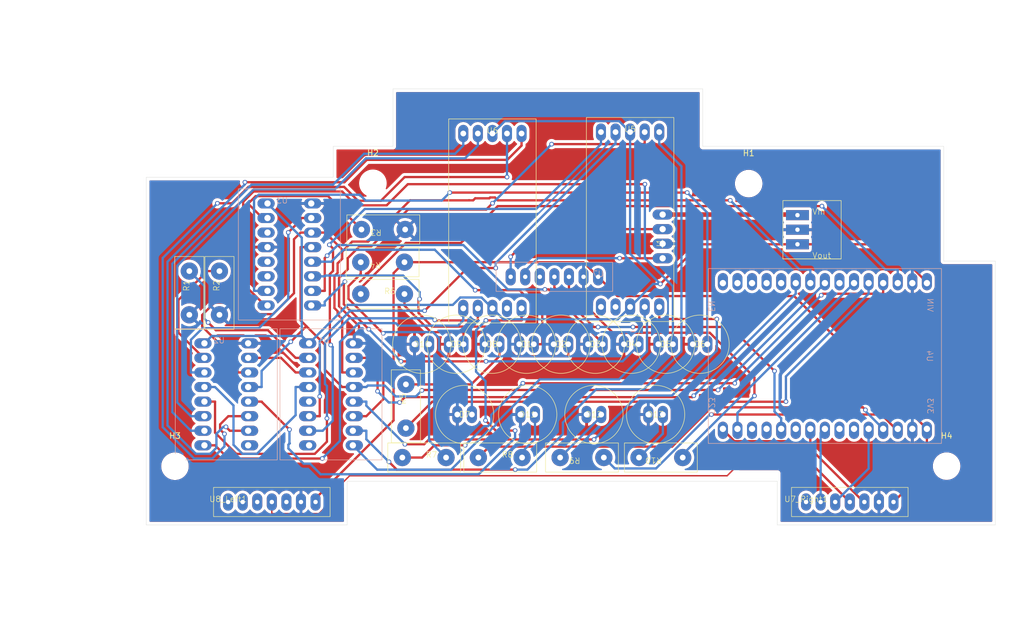
<source format=kicad_pcb>
(kicad_pcb (version 20240108) (generator "pcbnew") (generator_version "8.0")
  (layers (0 "F.Cu" signal) (31 "B.Cu" signal) (34 "B.Paste" user) (35 "F.Paste" user) (36 "B.SilkS" user "B.Silkscreen") (37 "F.SilkS" user "F.Silkscreen") (38 "B.Mask" user) (39 "F.Mask" user) (44 "Edge.Cuts" user))
  (net 0 "")
  (net 1 "GND")
  (net 2 "Net-(D1-A)")
  (net 3 "Net-(D2-A)")
  (net 4 "Net-(D3-A)")
  (net 5 "Net-(D4-A)")
  (net 6 "Net-(D5-A)")
  (net 7 "Net-(D6-A)")
  (net 8 "Net-(D7-A)")
  (net 9 "Net-(D8-A)")
  (net 10 "Net-(D9-A)")
  (net 11 "Net-(D10-A)")
  (net 12 "Net-(D11-A)")
  (net 13 "Net-(D12-A)")
  (net 14 "Net-(D13-A)")
  (net 15 "+12V")
  (net 16 "Net-(U1-R-EXT)")
  (net 17 "Net-(U2-R-EXT)")
  (net 18 "Net-(U3-R-EXT)")
  (net 19 "+3.3V")
  (net 20 "Net-(U4-D14)")
  (net 21 "Net-(U4-D13)")
  (net 22 "Net-(U4-D12)")
  (net 23 "Net-(U4-D2)")
  (net 24 "Net-(U4-D15)")
  (net 25 "Net-(U4-D27)")
  (net 26 "Net-(U1-~{OUT1})")
  (net 27 "Net-(U1-SDO)")
  (net 28 "+5V")
  (net 29 "Net-(U1-~{OUT2})")
  (net 30 "Net-(U1-CLK)")
  (net 31 "Net-(U1-~{OUT6})")
  (net 32 "Net-(U1-~{OUT3})")
  (net 33 "Net-(U1-~{OUT4})")
  (net 34 "Net-(U1-~{OE}(ED2))")
  (net 35 "Net-(U1-LE(ED1))")
  (net 36 "Net-(U1-~{OUT5})")
  (net 37 "Net-(U1-~{OUT0})")
  (net 38 "Net-(U1-SDI)")
  (net 39 "Net-(U2-~{OUT0})")
  (net 40 "Net-(U2-~{OUT2})")
  (net 41 "Net-(U2-~{OUT5})")
  (net 42 "Net-(U2-~{OUT7})")
  (net 43 "Net-(U2-SDO)")
  (net 44 "Net-(U1-~{OUT7})")
  (net 45 "Net-(U2-~{OUT3})")
  (net 46 "Net-(U2-~{OUT4})")
  (net 47 "Net-(U2-~{OUT1})")
  (net 51 "Net-(U4-TX2)")
  (net 52 "Net-(U4-D4)")
  (net 55 "Net-(U4-RX2)")
  (net 59 "Net-(U4-D23)")
  (net 60 "Net-(U4-D21)")
  (net 63 "Net-(U4-D18)")
  (net 64 "Net-(U4-D22)")
  (net 65 "Net-(U4-D5)")
  (net 67 "Net-(U2-~{OUT6})")
  (net 71 "Net-(J1-Pin_3)")
  (net 72 "Net-(J1-Pin_1)")
  (footprint "LED Custom:LED 5mm Vertical" (layer "F.Cu") (at 163.52 111.5)
    (property "Reference" "D4")
    (property "Value" "LED")
  )
  (footprint "LED Custom:LED 5mm Vertical" (layer "F.Cu") (at 151.27 111.5)
    (property "Reference" "D2")
    (property "Value" "LED")
  )
  (footprint "Resistor custom:Resistor 7.62" (layer "F.Cu") (at 167.42 131.25 180)
    (property "Reference" "R10")
    (property "Value" "R")
  )
  (footprint "Voltage Regulators:V78-1500 Tall" (layer "F.Cu") (at 192.5 86.46)
    (property "Reference" "U8" (hide yes))
    (property "Value" "~")
  )
  (footprint "LED Custom:LED 5mm Vertical" (layer "F.Cu") (at 145.27 111.5)
    (property "Reference" "D1")
    (property "Value" "LED")
  )
  (footprint "Resistor custom:Resistor 7.62" (layer "F.Cu") (at 124.25 121.04 90)
    (property "Reference" "R5")
    (property "Value" "R")
  )
  (footprint "LED Custom:LED 5mm Vertical" (layer "F.Cu") (at 175.52 111.5)
    (property "Reference" "D6")
    (property "Value" "LED")
  )
  (footprint "LED Custom:LED 5mm Vertical" (layer "F.Cu") (at 167.77 123.75)
    (property "Reference" "D13")
    (property "Value" "LED")
  )
  (footprint "LED Custom:LED 5mm Vertical" (layer "F.Cu") (at 133.02 111.5)
    (property "Reference" "D9")
    (property "Value" "LED")
  )
  (footprint "Resistor custom:Resistor 7.62" (layer "F.Cu") (at 91.75 101.29 90)
    (property "Reference" "R2")
    (property "Value" "R_US")
  )
  (footprint "7 segment led:baja 7 segment" (layer "F.Cu") (at 163.33 74.52)
    (property "Reference" "U5")
    (property "Value" "~")
  )
  (footprint "LED Custom:LED 5mm Vertical" (layer "F.Cu") (at 157.27 111.5)
    (property "Reference" "D3")
    (property "Value" "LED")
  )
  (footprint "Resistor custom:Resistor 7.62" (layer "F.Cu") (at 119.04 91.5 180)
    (property "Reference" "R3")
    (property "Value" "R_US")
  )
  (footprint "MountingHole:MountingHole_4.3mm_M4" (layer "F.Cu") (at 184 83.5)
    (property "Reference" "H1")
    (property "Value" "MountingHole")
  )
  (footprint "Resistor custom:Resistor 7.62" (layer "F.Cu") (at 86.5 101.29 90)
    (property "Reference" "R1")
    (property "Value" "R_US")
  )
  (footprint "LED Custom:LED 5mm Vertical" (layer "F.Cu") (at 157.02 123.75)
    (property "Reference" "D12")
    (property "Value" "LED")
  )
  (footprint "LED Custom:LED 5mm Vertical" (layer "F.Cu") (at 145.48 123.75)
    (property "Reference" "D11")
    (property "Value" "LED")
  )
  (footprint "Resistor custom:Resistor 7.62" (layer "F.Cu") (at 118.92 97.2 180)
    (property "Reference" "R4")
    (property "Value" "R")
  )
  (footprint "LED Custom:LED 5mm Vertical" (layer "F.Cu") (at 139.27 111.5)
    (property "Reference" "D8")
    (property "Value" "LED")
  )
  (footprint "LED Custom:LED 5mm Vertical" (layer "F.Cu") (at 134.48 123.75)
    (property "Reference" "D7")
    (property "Value" "LED")
  )
  (footprint "7 segment led:baja 7 segment" (layer "F.Cu") (at 139.33 74.77)
    (property "Reference" "U6")
    (property "Value" "~")
  )
  (footprint "Resistor custom:Resistor 7.62" (layer "F.Cu") (at 121.46 102.75)
    (property "Reference" "R6")
    (property "Value" "R")
  )
  (footprint "Custom Connectors:1x7 Connectors" (layer "F.Cu") (at 93.26 139)
    (property "Reference" "U8_Left1")
    (property "Value" "~")
  )
  (footprint "Custom Connectors:1x4 connector" (layer "F.Cu") (at 169 93.98 90)
    (property "Reference" "J1")
    (property "Value" "Conn_01x04_Pin")
  )
  (footprint "Resistor custom:Resistor 7.62" (layer "F.Cu") (at 153.67 131.25 180)
    (property "Reference" "R9")
    (property "Value" "R")
  )
  (footprint "MountingHole:MountingHole_4.3mm_M4" (layer "F.Cu") (at 83.9972 132.7648)
    (property "Reference" "H3")
    (property "Value" "MountingHole")
  )
  (footprint "LED Custom:LED 5mm Vertical" (layer "F.Cu") (at 127.02 111.5)
    (property "Reference" "D10")
    (property "Value" "LED")
  )
  (footprint "MountingHole:MountingHole_4.3mm_M4" (layer "F.Cu") (at 218.5 132.75)
    (property "Reference" "H4")
    (property "Value" "MountingHole")
  )
  (footprint "Custom Connectors:1x7 Connectors" (layer "F.Cu") (at 194 139)
    (property "Reference" "U7_Right1")
    (property "Value" "~")
  )
  (footprint "Resistor custom:Resistor 7.62" (layer "F.Cu") (at 128.71 131.25)
    (property "Reference" "R7")
    (property "Value" "R")
  )
  (footprint "MountingHole:MountingHole_4.3mm_M4" (layer "F.Cu") (at 118.5 83.4523)
    (property "Reference" "H2")
    (property "Value" "MountingHole")
  )
  (footprint "LED Custom:LED 5mm Vertical" (layer "F.Cu") (at 169.52 111.5)
    (property "Reference" "D5")
    (property "Value" "LED")
  )
  (footprint "Resistor custom:Resistor 7.62" (layer "F.Cu") (at 141.96 131.25)
    (property "Reference" "R8")
    (property "Value" "R")
  )
  (footprint "Custom DIP:DIP 16" (layer "B.Cu") (at 91.67 111.34 180)
    (property "Reference" "U2")
    (property "Value" "TLC5917")
  )
  (footprint "ESP 32:ESP 32 BAJA" (layer "B.Cu") (at 215.06 113.55 90)
    (property "Reference" "U4")
    (property "Value" "~")
  )
  (footprint "Custom Connectors:1x7 Connectors" (layer "B.Cu") (at 157.75 99.75 180)
    (property "Reference" "U7")
    (property "Value" "~")
  )
  (footprint "Custom DIP:DIP 16" (layer "B.Cu") (at 102.67 86.96 180)
    (property "Reference" "U3")
    (property "Value" "TLC5917")
  )
  (footprint "Custom DIP:DIP 16" (layer "B.Cu") (at 109.92 111.34 180)
    (property "Reference" "U1")
    (property "Value" "TLC5917")
  )
  (gr_line (start 218 97) (end 218 77) (stroke (width 0.05)) (layer "Edge.Cuts"))
  (gr_line (start 114 143) (end 114 135.4) (stroke (width 0.05)) (layer "Edge.Cuts"))
  (gr_line (start 227 143) (end 227 97) (stroke (width 0.05)) (layer "Edge.Cuts"))
  (gr_line (start 218 77) (end 176 77) (stroke (width 0.05)) (layer "Edge.Cuts"))
  (gr_line (start 114 135.4) (end 189 135.4) (stroke (width 0.05)) (layer "Edge.Cuts"))
  (gr_line (start 176 77) (end 176 67) (stroke (width 0.05)) (layer "Edge.Cuts"))
  (gr_line (start 122 77) (end 111.6 77) (stroke (width 0.05)) (layer "Edge.Cuts"))
  (gr_line (start 189 143) (end 227 143) (stroke (width 0.05)) (layer "Edge.Cuts"))
  (gr_line (start 79 143) (end 114 143) (stroke (width 0.05)) (layer "Edge.Cuts"))
  (gr_line (start 227 97) (end 218 97) (stroke (width 0.05)) (layer "Edge.Cuts"))
  (gr_line (start 122 67) (end 122 77) (stroke (width 0.05)) (layer "Edge.Cuts"))
  (gr_line (start 111.6 82.4) (end 111.6 77) (stroke (width 0.05)) (layer "Edge.Cuts"))
  (gr_line (start 189 135.4) (end 189 143) (stroke (width 0.05)) (layer "Edge.Cuts"))
  (gr_line (start 79 82.4) (end 111.6 82.4) (stroke (width 0.05)) (layer "Edge.Cuts"))
  (gr_line (start 176 67) (end 122 67) (stroke (width 0.05)) (layer "Edge.Cuts"))
  (gr_line (start 79 82.4) (end 79 143) (stroke (width 0.05)) (layer "Edge.Cuts"))
  (segment (start 148.017 106.062) (end 148.017 111.5) (width 0.4) (layer "F.Cu") (net 2))
  (segment (start 144.031 102.076) (end 148.017 106.062) (width 0.4) (layer "F.Cu") (net 2))
  (segment (start 136.328 102.076) (end 144.031 102.076) (width 0.4) (layer "F.Cu") (net 2))
  (segment (start 148.017 111.5) (end 146.54 111.5) (width 0.4) (layer "F.Cu") (net 2))
  (via (at 136.328 102.076) (size 0.8) (drill 0.5) (layers "F.Cu" "B.Cu") (net 2))
  (segment (start 129.292 95.04) (end 136.328 102.076) (width 0.4) (layer "B.Cu") (net 2))
  (segment (start 113.315 95.04) (end 129.292 95.04) (width 0.4) (layer "B.Cu") (net 2))
  (segment (start 111.235 97.12) (end 113.315 95.04) (width 0.4) (layer "B.Cu") (net 2))
  (segment (start 107.75 97.12) (end 111.235 97.12) (width 0.4) (layer "B.Cu") (net 2))
  (segment (start 126.448 103.823) (end 126.448 106.056) (width 0.4) (layer "F.Cu") (net 3))
  (segment (start 142.27 110.512) (end 142.27 112.525) (width 0.4) (layer "F.Cu") (net 3))
  (segment (start 143.347 113.602) (end 152.54 113.602) (width 0.4) (layer "F.Cu") (net 3))
  (segment (start 128.821 108.43) (end 140.188 108.43) (width 0.4) (layer "F.Cu") (net 3))
  (segment (start 140.188 108.43) (end 142.27 110.512) (width 0.4) (layer "F.Cu") (net 3))
  (segment (start 126.644 103.627) (end 126.448 103.823) (width 0.4) (layer "F.Cu") (net 3))
  (segment (start 152.54 113.602) (end 152.54 111.5) (width 0.4) (layer "F.Cu") (net 3))
  (segment (start 142.27 112.525) (end 143.347 113.602) (width 0.4) (layer "F.Cu") (net 3))
  (segment (start 126.448 106.056) (end 128.821 108.43) (width 0.4) (layer "F.Cu") (net 3))
  (via (at 126.644 103.627) (size 0.8) (drill 0.5) (layers "F.Cu" "B.Cu") (net 3))
  (segment (start 123.757 99.5233) (end 126.644 102.41) (width 0.4) (layer "B.Cu") (net 3))
  (segment (start 126.644 102.41) (end 126.644 103.627) (width 0.4) (layer "B.Cu") (net 3))
  (segment (start 110.238 99.5233) (end 123.757 99.5233) (width 0.4) (layer "B.Cu") (net 3))
  (segment (start 107.75 99.66) (end 110.102 99.66) (width 0.4) (layer "B.Cu") (net 3))
  (segment (start 110.102 99.66) (end 110.238 99.5233) (width 0.4) (layer "B.Cu") (net 3))
  (segment (start 158.54 111.5) (end 158.54 111.327) (width 0.4) (layer "F.Cu") (net 4))
  (segment (start 107.75 102.2) (end 110.102 102.2) (width 0.4) (layer "F.Cu") (net 4))
  (segment (start 158.54 111.327) (end 149.158 101.944) (width 0.4) (layer "F.Cu") (net 4))
  (segment (start 149.158 101.944) (end 148.47 101.944) (width 0.4) (layer "F.Cu") (net 4))
  (segment (start 110.102 102.2) (end 110.102 96.4875) (width 0.4) (layer "F.Cu") (net 4))
  (segment (start 110.102 96.4875) (end 110.52 96.0692) (width 0.4) (layer "F.Cu") (net 4))
  (via (at 110.52 96.0692) (size 0.8) (drill 0.5) (layers "F.Cu" "B.Cu") (net 4))
  (via (at 148.47 101.944) (size 0.8) (drill 0.5) (layers "F.Cu" "B.Cu") (net 4))
  (segment (start 134.255 94.208) (end 112.381 94.208) (width 0.4) (layer "B.Cu") (net 4))
  (segment (start 148.47 101.944) (end 141.991 101.944) (width 0.4) (layer "B.Cu") (net 4))
  (segment (start 141.991 101.944) (end 134.255 94.208) (width 0.4) (layer "B.Cu") (net 4))
  (segment (start 112.381 94.208) (end 110.52 96.0692) (width 0.4) (layer "B.Cu") (net 4))
  (segment (start 113.43 100.769) (end 113.613 100.586) (width 0.4) (layer "F.Cu") (net 5))
  (segment (start 138.211 114.486) (end 123.382 114.486) (width 0.4) (layer "F.Cu") (net 5))
  (segment (start 117.775 108.878) (end 113.43 104.533) (width 0.4) (layer "F.Cu") (net 5))
  (segment (start 113.43 104.533) (end 113.43 100.769) (width 0.4) (layer "F.Cu") (net 5))
  (via (at 123.382 114.486) (size 0.8) (drill 0.5) (layers "F.Cu" "B.Cu") (net 5))
  (via (at 113.613 100.586) (size 0.8) (drill 0.5) (layers "F.Cu" "B.Cu") (net 5))
  (via (at 117.775 108.878) (size 0.8) (drill 0.5) (layers "F.Cu" "B.Cu") (net 5))
  (via (at 138.211 114.486) (size 0.8) (drill 0.5) (layers "F.Cu" "B.Cu") (net 5))
  (segment (start 107.75 104.74) (end 110.102 104.74) (width 0.4) (layer "B.Cu") (net 5))
  (segment (start 164.79 111.5) (end 164.79 111.707) (width 0.4) (layer "B.Cu") (net 5))
  (segment (start 110.102 104.098) (end 113.613 100.586) (width 0.4) (layer "B.Cu") (net 5))
  (segment (start 110.102 104.74) (end 110.102 104.098) (width 0.4) (layer "B.Cu") (net 5))
  (segment (start 117.775 108.878) (end 123.382 114.486) (width 0.4) (layer "B.Cu") (net 5))
  (segment (start 162.011 114.486) (end 138.211 114.486) (width 0.4) (layer "B.Cu") (net 5))
  (segment (start 164.79 111.707) (end 162.011 114.486) (width 0.4) (layer "B.Cu") (net 5))
  (segment (start 99.6907 104.74) (end 95.8924 100.942) (width 0.4) (layer "F.Cu") (net 6))
  (segment (start 124.582 83.6036) (end 165.903 83.6036) (width 0.4) (layer "F.Cu") (net 6))
  (segment (start 95.8924 86.6754) (end 97.6891 84.8787) (width 0.4) (layer "F.Cu") (net 6))
  (segment (start 120.895 87.2902) (end 124.582 83.6036) (width 0.4) (layer "F.Cu") (net 6))
  (segment (start 97.6891 84.8787) (end 113.147 84.8787) (width 0.4) (layer "F.Cu") (net 6))
  (segment (start 100.13 104.74) (end 99.6907 104.74) (width 0.4) (layer "F.Cu") (net 6))
  (segment (start 95.8924 100.942) (end 95.8924 86.6754) (width 0.4) (layer "F.Cu") (net 6))
  (segment (start 115.559 87.2902) (end 120.895 87.2902) (width 0.4) (layer "F.Cu") (net 6))
  (segment (start 113.147 84.8787) (end 115.559 87.2902) (width 0.4) (layer "F.Cu") (net 6))
  (via (at 165.903 83.6036) (size 0.8) (drill 0.5) (layers "F.Cu" "B.Cu") (net 6))
  (segment (start 170.79 111.5) (end 170.79 101.397) (width 0.4) (layer "B.Cu") (net 6))
  (segment (start 170.79 101.397) (end 165.903 96.5102) (width 0.4) (layer "B.Cu") (net 6))
  (segment (start 165.903 96.5102) (end 165.903 83.6036) (width 0.4) (layer "B.Cu") (net 6))
  (segment (start 131.893 85.0675) (end 173.284 85.0675) (width 0.4) (layer "F.Cu") (net 7))
  (via (at 173.284 85.0675) (size 0.8) (drill 0.5) (layers "F.Cu" "B.Cu") (net 7))
  (via (at 131.893 85.0675) (size 0.8) (drill 0.5) (layers "F.Cu" "B.Cu") (net 7))
  (segment (start 116.208 85.4417) (end 117.229 86.4624) (width 0.4) (layer "B.Cu") (net 7))
  (segment (start 117.229 86.4624) (end 130.498 86.4624) (width 0.4) (layer "B.Cu") (net 7))
  (segment (start 97.7783 86.2597) (end 98.5963 85.4417) (width 0.4) (layer "B.Cu") (net 7))
  (segment (start 176.79 88.5737) (end 176.79 111.5) (width 0.4) (layer "B.Cu") (net 7))
  (segment (start 173.284 85.0675) (end 176.79 88.5737) (width 0.4) (layer "B.Cu") (net 7))
  (segment (start 98.5963 85.4417) (end 116.208 85.4417) (width 0.4) (layer "B.Cu") (net 7))
  (segment (start 100.13 102.2) (end 97.7783 102.2) (width 0.4) (layer "B.Cu") (net 7))
  (segment (start 130.498 86.4624) (end 131.893 85.0675) (width 0.4) (layer "B.Cu") (net 7))
  (segment (start 97.7783 102.2) (end 97.7783 86.2597) (width 0.4) (layer "B.Cu") (net 7))
  (segment (start 114.242 101.374) (end 116.38 99.2358) (width 0.4) (layer "F.Cu") (net 8))
  (segment (start 120.235 109.588) (end 114.242 103.595) (width 0.4) (layer "F.Cu") (net 8))
  (segment (start 116.38 99.2358) (end 116.38 97.2) (width 0.4) (layer "F.Cu") (net 8))
  (segment (start 114.242 103.595) (end 114.242 101.374) (width 0.4) (layer "F.Cu") (net 8))
  (segment (start 120.304 109.588) (end 120.235 109.588) (width 0.4) (layer "F.Cu") (net 8))
  (via (at 120.304 109.588) (size 0.8) (drill 0.5) (layers "F.Cu" "B.Cu") (net 8))
  (segment (start 120.304 109.588) (end 120.508 109.384) (width 0.4) (layer "B.Cu") (net 8))
  (segment (start 130.02 110.436) (end 130.02 112.512) (width 0.4) (layer "B.Cu") (net 8))
  (segment (start 135.75 118.242) (end 135.75 123.75) (width 0.4) (layer "B.Cu") (net 8))
  (segment (start 120.508 109.384) (end 128.968 109.384) (width 0.4) (layer "B.Cu") (net 8))
  (segment (start 128.968 109.384) (end 130.02 110.436) (width 0.4) (layer "B.Cu") (net 8))
  (segment (start 130.02 112.512) (end 135.75 118.242) (width 0.4) (layer "B.Cu") (net 8))
  (segment (start 140.54 111.5) (end 140.54 113.602) (width 0.4) (layer "F.Cu") (net 9))
  (segment (start 140.54 113.602) (end 135.642 118.5) (width 0.4) (layer "F.Cu") (net 9))
  (segment (start 135.642 118.5) (end 124.25 118.5) (width 0.4) (layer "F.Cu") (net 9))
  (segment (start 124 102.75) (end 124 104.773) (width 0.4) (layer "F.Cu") (net 10))
  (segment (start 128.626 109.398) (end 134.29 109.398) (width 0.4) (layer "F.Cu") (net 10))
  (segment (start 134.29 109.398) (end 134.29 111.5) (width 0.4) (layer "F.Cu") (net 10))
  (segment (start 124 104.773) (end 128.626 109.398) (width 0.4) (layer "F.Cu") (net 10))
  (segment (start 128.29 111.5) (end 128.29 128.29) (width 0.4) (layer "B.Cu") (net 11))
  (segment (start 128.29 128.29) (end 131.25 131.25) (width 0.4) (layer "B.Cu") (net 11))
  (segment (start 144.5 131.25) (end 144.5 130.25) (width 0.4) (layer "B.Cu") (net 12))
  (segment (start 146.75 128) (end 146.75 123.75) (width 0.4) (layer "B.Cu") (net 12))
  (segment (start 144.5 130.25) (end 146.75 128) (width 0.4) (layer "B.Cu") (net 12))
  (segment (start 158.29 123.75) (end 158.29 124.09) (width 0.4) (layer "B.Cu") (net 13))
  (segment (start 158.29 124.09) (end 151.13 131.25) (width 0.4) (layer "B.Cu") (net 13))
  (segment (start 169.04 127.09) (end 169.04 123.75) (width 0.4) (layer "B.Cu") (net 14))
  (segment (start 164.88 131.25) (end 169.04 127.09) (width 0.4) (layer "B.Cu") (net 14))
  (segment (start 169 88.9) (end 192.4 88.9) (width 0.8) (layer "F.Cu") (net 15))
  (segment (start 192.4 88.9) (end 192.5 89) (width 0.8) (layer "F.Cu") (net 15))
  (segment (start 100.207 109.058) (end 91.1309 109.058) (width 0.4) (layer "F.Cu") (net 16))
  (segment (start 91.1309 109.058) (end 89.781 107.708) (width 0.4) (layer "F.Cu") (net 16))
  (segment (start 105.028 113.88) (end 100.207 109.058) (width 0.4) (layer "F.Cu") (net 16))
  (segment (start 107.38 113.88) (end 105.028 113.88) (width 0.4) (layer "F.Cu") (net 16))
  (via (at 89.781 107.708) (size 0.8) (drill 0.5) (layers "F.Cu" "B.Cu") (net 16))
  (segment (start 89.125 101.375) (end 89.125 107.052) (width 0.4) (layer "B.Cu") (net 16))
  (segment (start 86.5 98.75) (end 89.125 101.375) (width 0.4) (layer "B.Cu") (net 16))
  (segment (start 89.125 107.052) (end 89.781 107.708) (width 0.4) (layer "B.Cu") (net 16))
  (segment (start 89.6287 98.75) (end 84.6 103.779) (width 0.4) (layer "F.Cu") (net 17))
  (segment (start 84.6 103.779) (end 84.6 109.488) (width 0.4) (layer "F.Cu") (net 17))
  (segment (start 84.6 109.488) (end 88.9919 113.88) (width 0.4) (layer "F.Cu") (net 17))
  (segment (start 88.9919 113.88) (end 89.13 113.88) (width 0.4) (layer "F.Cu") (net 17))
  (segment (start 91.75 98.75) (end 89.6287 98.75) (width 0.4) (layer "F.Cu") (net 17))
  (segment (start 99.25 89.5) (end 100.13 89.5) (width 0.4) (layer "F.Cu") (net 18))
  (segment (start 116.5 91.5) (end 110.685 85.685) (width 0.4) (layer "F.Cu") (net 18))
  (segment (start 98.065 85.685) (end 96.75 87) (width 0.4) (layer "F.Cu") (net 18))
  (segment (start 96.75 87) (end 99.25 89.5) (width 0.4) (layer "F.Cu") (net 18))
  (segment (start 110.685 85.685) (end 98.065 85.685) (width 0.4) (layer "F.Cu") (net 18))
  (segment (start 108.5 139) (end 108.5 138.375) (width 0.4) (layer "F.Cu") (net 19))
  (segment (start 215.06 133.18) (end 209.24 139) (width 0.4) (layer "F.Cu") (net 19))
  (segment (start 122.1 124.775) (end 122.1 99.1) (width 0.4) (layer "F.Cu") (net 19))
  (segment (start 122.1 99.1) (end 124 97.2) (width 0.4) (layer "F.Cu") (net 19))
  (segment (start 215.06 126.25) (end 215.06 133.18) (width 0.4) (layer "F.Cu") (net 19))
  (segment (start 155.2 97.2) (end 124 97.2) (width 0.4) (layer "F.Cu") (net 19))
  (segment (start 161.1 103.1) (end 157.75 99.75) (width 0.4) (layer "F.Cu") (net 19))
  (segment (start 157.75 99.75) (end 155.2 97.2) (width 0.4) (layer "F.Cu") (net 19))
  (segment (start 108.5 138.375) (end 122.1 124.775) (width 0.4) (layer "F.Cu") (net 19))
  (segment (start 191.91 103.1) (end 161.1 103.1) (width 0.4) (layer "F.Cu") (net 19))
  (segment (start 215.06 126.25) (end 191.91 103.1) (width 0.4) (layer "F.Cu") (net 19))
  (segment (start 190.491 121.493) (end 190.461 121.523) (width 0.4) (layer "F.Cu") (net 20))
  (segment (start 190.461 121.523) (end 128.847 121.523) (width 0.4) (layer "F.Cu") (net 20))
  (segment (start 128.847 121.523) (end 124.25 126.12) (width 0.4) (layer "F.Cu") (net 20))
  (via (at 190.491 121.493) (size 0.8) (drill 0.5) (layers "F.Cu" "B.Cu") (net 20))
  (segment (start 204.9 100.85) (end 204.9 102.702) (width 0.4) (layer "B.Cu") (net 20))
  (segment (start 204.9 102.702) (end 190.491 117.111) (width 0.4) (layer "B.Cu") (net 20))
  (segment (start 190.491 117.111) (end 190.491 121.493) (width 0.4) (layer "B.Cu") (net 20))
  (segment (start 124.255 93.8487) (end 133.839 93.8487) (width 0.4) (layer "F.Cu") (net 21))
  (segment (start 133.839 93.8487) (end 140.264 87.4233) (width 0.4) (layer "F.Cu") (net 21))
  (segment (start 140.264 87.4233) (end 196.759 87.4233) (width 0.4) (layer "F.Cu") (net 21))
  (segment (start 116.38 102.75) (end 116.38 101.723) (width 0.4) (layer "F.Cu") (net 21))
  (segment (start 116.38 101.723) (end 124.255 93.8487) (width 0.4) (layer "F.Cu") (net 21))
  (via (at 196.759 87.4233) (size 0.8) (drill 0.5) (layers "F.Cu" "B.Cu") (net 21))
  (segment (start 209.98 98.4983) (end 207.834 98.4983) (width 0.4) (layer "B.Cu") (net 21))
  (segment (start 207.834 98.4983) (end 196.759 87.4233) (width 0.4) (layer "B.Cu") (net 21))
  (segment (start 209.98 100.85) (end 209.98 98.4983) (width 0.4) (layer "B.Cu") (net 21))
  (segment (start 207.44 100.85) (end 207.44 102.702) (width 0.4) (layer "F.Cu") (net 22))
  (segment (start 123.63 131.25) (end 127.075 131.25) (width 0.4) (layer "F.Cu") (net 22))
  (segment (start 181.568 118.302) (end 144.642 118.302) (width 0.4) (layer "F.Cu") (net 22))
  (segment (start 129.204 129.121) (end 134.571 129.121) (width 0.4) (layer "F.Cu") (net 22))
  (segment (start 196.894 102.702) (end 196.64 102.955) (width 0.4) (layer "F.Cu") (net 22))
  (segment (start 207.44 102.702) (end 196.894 102.702) (width 0.4) (layer "F.Cu") (net 22))
  (segment (start 127.075 131.25) (end 129.204 129.121) (width 0.4) (layer "F.Cu") (net 22))
  (via (at 134.571 129.121) (size 0.8) (drill 0.5) (layers "F.Cu" "B.Cu") (net 22))
  (via (at 181.568 118.302) (size 0.8) (drill 0.5) (layers "F.Cu" "B.Cu") (net 22))
  (via (at 144.642 118.302) (size 0.8) (drill 0.5) (layers "F.Cu" "B.Cu") (net 22))
  (via (at 196.64 102.955) (size 0.8) (drill 0.5) (layers "F.Cu" "B.Cu") (net 22))
  (segment (start 137.906 125.786) (end 134.571 129.121) (width 0.4) (layer "B.Cu") (net 22))
  (segment (start 139.136 123.808) (end 139.136 125.198) (width 0.4) (layer "B.Cu") (net 22))
  (segment (start 139.136 125.198) (end 138.548 125.786) (width 0.4) (layer "B.Cu") (net 22))
  (segment (start 138.548 125.786) (end 137.906 125.786) (width 0.4) (layer "B.Cu") (net 22))
  (segment (start 181.568 118.028) (end 181.568 118.302) (width 0.4) (layer "B.Cu") (net 22))
  (segment (start 144.642 118.302) (end 139.136 123.808) (width 0.4) (layer "B.Cu") (net 22))
  (segment (start 196.64 102.955) (end 181.568 118.028) (width 0.4) (layer "B.Cu") (net 22))
  (segment (start 201.25 122.5) (end 177.5 122.5) (width 0.4) (layer "F.Cu") (net 23))
  (segment (start 203.895 122.5) (end 201.25 122.5) (width 0.4) (layer "F.Cu") (net 23))
  (segment (start 203.895 122.5) (end 201.25 122.5) (width 0.4) (layer "F.Cu") (net 23))
  (segment (start 170.65 129.35) (end 138.78 129.35) (width 0.4) (layer "F.Cu") (net 23))
  (segment (start 204.345 122.95) (end 203.895 122.5) (width 0.4) (layer "F.Cu") (net 23))
  (segment (start 177.5 122.5) (end 170.65 129.35) (width 0.4) (layer "F.Cu") (net 23))
  (segment (start 138.78 129.35) (end 136.88 131.25) (width 0.4) (layer "F.Cu") (net 23))
  (via (at 204.345 122.95) (size 0.8) (drill 0.5) (layers "F.Cu" "B.Cu") (net 23))
  (segment (start 204.345 123.155) (end 207.44 126.25) (width 0.4) (layer "B.Cu") (net 23))
  (segment (start 204.345 122.95) (end 204.345 123.155) (width 0.4) (layer "B.Cu") (net 23))
  (segment (start 207.118 123.75) (end 209.618 126.25) (width 0.4) (layer "F.Cu") (net 24))
  (segment (start 177.5 123.75) (end 207.118 123.75) (width 0.4) (layer "F.Cu") (net 24))
  (segment (start 209.618 126.25) (end 209.98 126.25) (width 0.4) (layer "F.Cu") (net 24))
  (via (at 177.5 123.75) (size 0.8) (drill 0.5) (layers "F.Cu" "B.Cu") (net 24))
  (segment (start 158.75 131.25) (end 160.65 133.15) (width 0.4) (layer "B.Cu") (net 24))
  (segment (start 167.85 133.15) (end 177.25 123.75) (width 0.4) (layer "B.Cu") (net 24))
  (segment (start 177.25 123.75) (end 177.5 123.75) (width 0.4) (layer "B.Cu") (net 24))
  (segment (start 160.65 133.15) (end 167.85 133.15) (width 0.4) (layer "B.Cu") (net 24))
  (segment (start 172.5 130.71) (end 202.36 100.85) (width 0.4) (layer "B.Cu") (net 25))
  (segment (start 172.5 131.25) (end 172.5 130.71) (width 0.4) (layer "B.Cu") (net 25))
  (segment (start 120.313 113.321) (end 120.313 121.078) (width 0.4) (layer "F.Cu") (net 26))
  (segment (start 117.352 124.04) (end 115 124.04) (width 0.4) (layer "F.Cu") (net 26))
  (segment (start 165.87 76.6217) (end 149.649 76.6217) (width 0.4) (layer "F.Cu") (net 26))
  (segment (start 114.114 96.4899) (end 114.114 98.4254) (width 0.4) (layer "F.Cu") (net 26))
  (segment (start 114.114 98.4254) (end 112.597 99.9425) (width 0.4) (layer "F.Cu") (net 26))
  (segment (start 138.244 88.027) (end 124.62 88.027) (width 0.4) (layer "F.Cu") (net 26))
  (segment (start 118.176 94.4701) (end 116.134 94.4701) (width 0.4) (layer "F.Cu") (net 26))
  (segment (start 124.62 88.027) (end 118.176 94.4701) (width 0.4) (layer "F.Cu") (net 26))
  (segment (start 116.075 108.346) (end 116.075 109.082) (width 0.4) (layer "F.Cu") (net 26))
  (segment (start 139.35 86.9209) (end 138.244 88.027) (width 0.4) (layer "F.Cu") (net 26))
  (segment (start 120.313 121.078) (end 117.352 124.04) (width 0.4) (layer "F.Cu") (net 26))
  (segment (start 165.87 74.52) (end 165.87 76.6217) (width 0.4) (layer "F.Cu") (net 26))
  (segment (start 112.597 99.9425) (end 112.597 104.868) (width 0.4) (layer "F.Cu") (net 26))
  (segment (start 116.134 94.4701) (end 114.114 96.4899) (width 0.4) (layer "F.Cu") (net 26))
  (segment (start 112.597 104.868) (end 116.075 108.346) (width 0.4) (layer "F.Cu") (net 26))
  (segment (start 116.075 109.082) (end 120.313 113.321) (width 0.4) (layer "F.Cu") (net 26))
  (via (at 149.649 76.6217) (size 0.8) (drill 0.5) (layers "F.Cu" "B.Cu") (net 26))
  (via (at 139.35 86.9209) (size 0.8) (drill 0.5) (layers "F.Cu" "B.Cu") (net 26))
  (segment (start 139.35 86.9209) (end 149.649 76.6217) (width 0.4) (layer "B.Cu") (net 26))
  (segment (start 107.38 116.42) (end 105.028 116.42) (width 0.4) (layer "F.Cu") (net 27))
  (segment (start 102.488 113.88) (end 96.75 113.88) (width 0.4) (layer "F.Cu") (net 27))
  (segment (start 105.028 116.42) (end 102.488 113.88) (width 0.4) (layer "F.Cu") (net 27))
  (segment (start 208.428 94.08) (end 215.06 100.712) (width 0.4) (layer "F.Cu") (net 28))
  (segment (start 175.52 94.08) (end 168.6 101) (width 0.4) (layer "F.Cu") (net 28))
  (segment (start 192.5 94.08) (end 175.52 94.08) (width 0.4) (layer "F.Cu") (net 28))
  (segment (start 215.06 100.712) (end 215.06 100.85) (width 0.4) (layer "F.Cu") (net 28))
  (segment (start 192.5 94.08) (end 208.428 94.08) (width 0.4) (layer "F.Cu") (net 28))
  (via (at 168.6 101) (size 0.8) (drill 0.5) (layers "F.Cu" "B.Cu") (net 28))
  (segment (start 114.07 104.65) (end 132.422 104.65) (width 0.4) (layer "B.Cu") (net 28))
  (segment (start 100.13 86.96) (end 106.1 92.93) (width 0.4) (layer "B.Cu") (net 28))
  (segment (start 106.105 110.065) (end 90.405 110.065) (width 0.4) (layer "B.Cu") (net 28))
  (segment (start 106.1 110.06) (end 106.105 110.065) (width 0.4) (layer "B.Cu") (net 28))
  (segment (start 163.33 105) (end 161.18 107.15) (width 0.4) (layer "B.Cu") (net 28))
  (segment (start 163.33 105) (end 167.33 101) (width 0.4) (layer "B.Cu") (net 28))
  (segment (start 168.6 101) (end 163.33 95.73) (width 0.4) (layer "B.Cu") (net 28))
  (segment (start 167.33 101) (end 168.6 101) (width 0.4) (layer "B.Cu") (net 28))
  (segment (start 106.105 110.065) (end 107.38 111.34) (width 0.4) (layer "B.Cu") (net 28))
  (segment (start 163.33 95.73) (end 163.33 74.52) (width 0.4) (layer "B.Cu") (net 28))
  (segment (start 106.1 92.93) (end 106.1 110.06) (width 0.4) (layer "B.Cu") (net 28))
  (segment (start 139.33 74.77) (end 141.48 72.62) (width 0.4) (layer "B.Cu") (net 28))
  (segment (start 161.18 107.15) (end 141.23 107.15) (width 0.4) (layer "B.Cu") (net 28))
  (segment (start 141.48 72.62) (end 161.43 72.62) (width 0.4) (layer "B.Cu") (net 28))
  (segment (start 133.722 103.35) (end 137.43 103.35) (width 0.4) (layer "B.Cu") (net 28))
  (segment (start 137.43 103.35) (end 139.33 105.25) (width 0.4) (layer "B.Cu") (net 28))
  (segment (start 90.405 110.065) (end 89.13 111.34) (width 0.4) (layer "B.Cu") (net 28))
  (segment (start 141.23 107.15) (end 139.33 105.25) (width 0.4) (layer "B.Cu") (net 28))
  (segment (start 107.38 111.34) (end 114.07 104.65) (width 0.4) (layer "B.Cu") (net 28))
  (segment (start 132.422 104.65) (end 133.722 103.35) (width 0.4) (layer "B.Cu") (net 28))
  (segment (start 161.43 72.62) (end 163.33 74.52) (width 0.4) (layer "B.Cu") (net 28))
  (segment (start 107.38 111.34) (end 106.105 110.065) (width 0.4) (layer "B.Cu") (net 28))
  (segment (start 122.644 133.352) (end 121.296 132.003) (width 0.4) (layer "F.Cu") (net 29))
  (segment (start 143.308 133.352) (end 122.644 133.352) (width 0.4) (layer "F.Cu") (net 29))
  (via (at 121.296 132.003) (size 0.8) (drill 0.5) (layers "F.Cu" "B.Cu") (net 29))
  (via (at 143.308 133.352) (size 0.8) (drill 0.5) (layers "F.Cu" "B.Cu") (net 29))
  (segment (start 172.276 112.782) (end 165.704 119.354) (width 0.4) (layer "B.Cu") (net 29))
  (segment (start 168.41 74.52) (end 168.41 76.6217) (width 0.4) (layer "B.Cu") (net 29))
  (segment (start 115 126.58) (end 117.352 126.58) (width 0.4) (layer "B.Cu") (net 29))
  (segment (start 117.352 126.58) (end 117.352 128.059) (width 0.4) (layer "B.Cu") (net 29))
  (segment (start 172.276 80.4876) (end 172.276 112.782) (width 0.4) (layer "B.Cu") (net 29))
  (segment (start 168.41 76.6217) (end 172.276 80.4876) (width 0.4) (layer "B.Cu") (net 29))
  (segment (start 165.704 119.354) (end 157.415 119.354) (width 0.4) (layer "B.Cu") (net 29))
  (segment (start 117.352 128.059) (end 121.296 132.003) (width 0.4) (layer "B.Cu") (net 29))
  (segment (start 151.619 125.15) (end 151.619 127.155) (width 0.4) (layer "B.Cu") (net 29))
  (segment (start 157.415 119.354) (end 151.619 125.15) (width 0.4) (layer "B.Cu") (net 29))
  (segment (start 145.422 133.352) (end 143.308 133.352) (width 0.4) (layer "B.Cu") (net 29))
  (segment (start 151.619 127.155) (end 145.422 133.352) (width 0.4) (layer "B.Cu") (net 29))
  (segment (start 113.148 116.42) (end 115 116.42) (width 0.4) (layer "F.Cu") (net 30))
  (segment (start 111.049 92.9873) (end 110.102 92.04) (width 0.4) (layer "F.Cu") (net 30))
  (segment (start 112.347 105.751) (end 112.347 106.305) (width 0.4) (layer "F.Cu") (net 30))
  (segment (start 113.148 96.6049) (end 112.347 97.4066) (width 0.4) (layer "F.Cu") (net 30))
  (segment (start 111.139 92.9873) (end 111.049 92.9873) (width 0.4) (layer "F.Cu") (net 30))
  (segment (start 119.746 91.6472) (end 124.973 86.4201) (width 0.4) (layer "F.Cu") (net 30))
  (segment (start 112.347 99.0593) (end 111.795 99.6105) (width 0.4) (layer "F.Cu") (net 30))
  (segment (start 90.8892 104.252) (end 88.7332 106.408) (width 0.4) (layer "F.Cu") (net 30))
  (segment (start 94.8983 114.568) (end 94.8983 116.42) (width 0.4) (layer "F.Cu") (net 30))
  (segment (start 135.977 86.4186) (end 136.326 86.0692) (width 0.4) (layer "F.Cu") (net 30))
  (segment (start 114.901 93.6063) (end 117.69 93.6063) (width 0.4) (layer "F.Cu") (net 30))
  (segment (start 104.745 93.1929) (end 104.745 102.608) (width 0.4) (layer "F.Cu") (net 30))
  (segment (start 135.263 86.4186) (end 135.977 86.4186) (width 0.4) (layer "F.Cu") (net 30))
  (segment (start 113.33 95.1777) (end 113.148 95.3593) (width 0.4) (layer "F.Cu") (net 30))
  (segment (start 135.261 86.4201) (end 135.263 86.4186) (width 0.4) (layer "F.Cu") (net 30))
  (segment (start 111.795 105.2) (end 112.347 105.751) (width 0.4) (layer "F.Cu") (net 30))
  (segment (start 138.935 85.9192) (end 139.765 85.9192) (width 0.4) (layer "F.Cu") (net 30))
  (segment (start 94.8983 116.42) (end 96.75 116.42) (width 0.4) (layer "F.Cu") (net 30))
  (segment (start 88.7332 108.403) (end 94.8983 114.568) (width 0.4) (layer "F.Cu") (net 30))
  (segment (start 113.148 107.107) (end 113.148 116.42) (width 0.4) (layer "F.Cu") (net 30))
  (segment (start 136.326 86.0692) (end 138.785 86.0692) (width 0.4) (layer "F.Cu") (net 30))
  (segment (start 113.33 95.1777) (end 114.901 93.6063) (width 0.4) (layer "F.Cu") (net 30))
  (segment (start 111.795 99.6105) (end 111.795 105.2) (width 0.4) (layer "F.Cu") (net 30))
  (segment (start 98.6185 106.254) (end 96.6168 104.252) (width 0.4) (layer "F.Cu") (net 30))
  (segment (start 104.745 102.608) (end 101.1 106.254) (width 0.4) (layer "F.Cu") (net 30))
  (segment (start 101.1 106.254) (end 98.6185 106.254) (width 0.4) (layer "F.Cu") (net 30))
  (segment (start 107.75 92.04) (end 105.898 92.04) (width 0.4) (layer "F.Cu") (net 30))
  (segment (start 110.102 92.04) (end 107.75 92.04) (width 0.4) (layer "F.Cu") (net 30))
  (segment (start 112.347 106.305) (end 113.148 107.107) (width 0.4) (layer "F.Cu") (net 30))
  (segment (start 124.973 86.4201) (end 135.261 86.4201) (width 0.4) (layer "F.Cu") (net 30))
  (segment (start 96.6168 104.252) (end 90.8892 104.252) (width 0.4) (layer "F.Cu") (net 30))
  (segment (start 113.33 95.1777) (end 111.139 92.9873) (width 0.4) (layer "F.Cu") (net 30))
  (segment (start 139.765 85.9192) (end 140.264 86.4186) (width 0.4) (layer "F.Cu") (net 30))
  (segment (start 113.148 95.3593) (end 113.148 96.6049) (width 0.4) (layer "F.Cu") (net 30))
  (segment (start 140.264 86.4186) (end 180.783 86.4186) (width 0.4) (layer "F.Cu") (net 30))
  (segment (start 138.785 86.0692) (end 138.935 85.9192) (width 0.4) (layer "F.Cu") (net 30))
  (segment (start 88.7332 106.408) (end 88.7332 108.403) (width 0.4) (layer "F.Cu") (net 30))
  (segment (start 112.347 97.4066) (end 112.347 99.0593) (width 0.4) (layer "F.Cu") (net 30))
  (segment (start 117.69 93.6063) (end 119.649 91.6472) (width 0.4) (layer "F.Cu") (net 30))
  (segment (start 119.649 91.6472) (end 119.746 91.6472) (width 0.4) (layer "F.Cu") (net 30))
  (segment (start 105.898 92.04) (end 104.745 93.1929) (width 0.4) (layer "F.Cu") (net 30))
  (via (at 180.783 86.4186) (size 0.8) (drill 0.5) (layers "F.Cu" "B.Cu") (net 30))
  (segment (start 194.74 100.85) (end 194.74 98.4983) (width 0.4) (layer "B.Cu") (net 30))
  (segment (start 192.863 98.4983) (end 180.783 86.4186) (width 0.4) (layer "B.Cu") (net 30))
  (segment (start 194.74 98.4983) (end 192.863 98.4983) (width 0.4) (layer "B.Cu") (net 30))
  (segment (start 107.38 124.04) (end 109.232 124.04) (width 0.4) (layer "F.Cu") (net 31))
  (segment (start 109.232 124.04) (end 109.232 120.6) (width 0.4) (layer "F.Cu") (net 31))
  (segment (start 139.906 98.2174) (end 134.958 98.2174) (width 0.4) (layer "F.Cu") (net 31))
  (segment (start 134.958 98.2174) (end 127.509 105.666) (width 0.4) (layer "F.Cu") (net 31))
  (via (at 127.509 105.666) (size 0.8) (drill 0.5) (layers "F.Cu" "B.Cu") (net 31))
  (via (at 109.232 120.6) (size 0.8) (drill 0.5) (layers "F.Cu" "B.Cu") (net 31))
  (via (at 139.906 98.2174) (size 0.8) (drill 0.5) (layers "F.Cu" "B.Cu") (net 31))
  (segment (start 160.79 74.52) (end 160.79 76.6217) (width 0.4) (layer "B.Cu") (net 31))
  (segment (start 160.79 76.6217) (end 160.636 76.6217) (width 0.4) (layer "B.Cu") (net 31))
  (segment (start 109.232 110.977) (end 109.232 120.6) (width 0.4) (layer "B.Cu") (net 31))
  (segment (start 114.542 105.666) (end 109.232 110.977) (width 0.4) (layer "B.Cu") (net 31))
  (segment (start 127.509 105.666) (end 114.542 105.666) (width 0.4) (layer "B.Cu") (net 31))
  (segment (start 160.636 76.6217) (end 139.906 97.352) (width 0.4) (layer "B.Cu") (net 31))
  (segment (start 139.906 97.352) (end 139.906 98.2174) (width 0.4) (layer "B.Cu") (net 31))
  (segment (start 139.938 125.532) (end 138.882 126.588) (width 0.4) (layer "B.Cu") (net 32))
  (segment (start 165.87 107.102) (end 166.27 107.502) (width 0.4) (layer "B.Cu") (net 32))
  (segment (start 147.596 117.616) (end 139.938 125.274) (width 0.4) (layer "B.Cu") (net 32))
  (segment (start 119.24 133.36) (end 115 129.12) (width 0.4) (layer "B.Cu") (net 32))
  (segment (start 166.27 112.739) (end 161.393 117.616) (width 0.4) (layer "B.Cu") (net 32))
  (segment (start 165.87 105) (end 165.87 107.102) (width 0.4) (layer "B.Cu") (net 32))
  (segment (start 138.882 126.588) (end 138.538 126.588) (width 0.4) (layer "B.Cu") (net 32))
  (segment (start 161.393 117.616) (end 147.596 117.616) (width 0.4) (layer "B.Cu") (net 32))
  (segment (start 132.136 133.36) (end 119.24 133.36) (width 0.4) (layer "B.Cu") (net 32))
  (segment (start 138.538 126.588) (end 134.065 131.061) (width 0.4) (layer "B.Cu") (net 32))
  (segment (start 166.27 107.502) (end 166.27 112.739) (width 0.4) (layer "B.Cu") (net 32))
  (segment (start 134.065 131.061) (end 134.065 131.432) (width 0.4) (layer "B.Cu") (net 32))
  (segment (start 139.938 125.274) (end 139.938 125.532) (width 0.4) (layer "B.Cu") (net 32))
  (segment (start 134.065 131.432) (end 132.136 133.36) (width 0.4) (layer "B.Cu") (net 32))
  (segment (start 95.7708 130.607) (end 94.2001 129.036) (width 0.4) (layer "B.Cu") (net 34))
  (segment (start 105.028 123.863) (end 98.2842 130.607) (width 0.4) (layer "B.Cu") (net 34))
  (segment (start 105.028 118.96) (end 105.028 123.863) (width 0.4) (layer "B.Cu") (net 34))
  (segment (start 107.38 118.96) (end 105.028 118.96) (width 0.4) (layer "B.Cu") (net 34))
  (segment (start 98.2842 130.607) (end 95.7708 130.607) (width 0.4) (layer "B.Cu") (net 34))
  (segment (start 94.2001 122.178) (end 90.9817 118.96) (width 0.4) (layer "B.Cu") (net 34))
  (segment (start 94.2001 129.036) (end 94.2001 122.178) (width 0.4) (layer "B.Cu") (net 34))
  (segment (start 90.9817 118.96) (end 89.13 118.96) (width 0.4) (layer "B.Cu") (net 34))
  (segment (start 110.144 111.594) (end 110.144 115.955) (width 0.4) (layer "F.Cu") (net 35))
  (segment (start 104.184 111.068) (end 106.9 108.351) (width 0.4) (layer "F.Cu") (net 35))
  (segment (start 127.114 119.473) (end 178.657 119.473) (width 0.4) (layer "F.Cu") (net 35))
  (segment (start 110.144 115.955) (end 113.148 118.96) (width 0.4) (layer "F.Cu") (net 35))
  (segment (start 107.75 94.58) (end 105.898 94.58) (width 0.4) (layer "F.Cu") (net 35))
  (segment (start 113.148 118.96) (end 115 118.96) (width 0.4) (layer "F.Cu") (net 35))
  (segment (start 106.9 108.351) (end 110.144 111.594) (width 0.4) (layer "F.Cu") (net 35))
  (segment (start 105.898 94.58) (end 105.898 107.349) (width 0.4) (layer "F.Cu") (net 35))
  (segment (start 127.039 119.548) (end 127.114 119.473) (width 0.4) (layer "F.Cu") (net 35))
  (segment (start 105.898 107.349) (end 106.9 108.351) (width 0.4) (layer "F.Cu") (net 35))
  (via (at 178.657 119.473) (size 0.8) (drill 0.5) (layers "F.Cu" "B.Cu") (net 35))
  (via (at 127.039 119.548) (size 0.8) (drill 0.5) (layers "F.Cu" "B.Cu") (net 35))
  (via (at 104.184 111.068) (size 0.8) (drill 0.5) (layers "F.Cu" "B.Cu") (net 35))
  (segment (start 117.613 118.698) (end 120.553 118.698) (width 0.4) (layer "B.Cu") (net 35))
  (segment (start 96.75 118.96) (end 99.1017 118.96) (width 0.4) (layer "B.Cu") (net 35))
  (segment (start 99.1017 116.15) (end 104.184 111.068) (width 0.4) (layer "B.Cu") (net 35))
  (segment (start 115 118.96) (end 117.352 118.96) (width 0.4) (layer "B.Cu") (net 35))
  (segment (start 125.983 120.603) (end 127.039 119.548) (width 0.4) (layer "B.Cu") (net 35))
  (segment (start 99.1017 118.96) (end 99.1017 116.15) (width 0.4) (layer "B.Cu") (net 35))
  (segment (start 197.28 100.85) (end 178.657 119.473) (width 0.4) (layer "B.Cu") (net 35))
  (segment (start 122.458 120.603) (end 125.983 120.603) (width 0.4) (layer "B.Cu") (net 35))
  (segment (start 120.553 118.698) (end 122.458 120.603) (width 0.4) (layer "B.Cu") (net 35))
  (segment (start 117.352 118.96) (end 117.613 118.698) (width 0.4) (layer "B.Cu") (net 35))
  (segment (start 111.545 94.8094) (end 111.545 98.7273) (width 0.4) (layer "F.Cu") (net 36))
  (segment (start 110.91 94.1745) (end 111.545 94.8094) (width 0.4) (layer "F.Cu") (net 36))
  (segment (start 111.545 98.7273) (end 110.994 99.2785) (width 0.4) (layer "F.Cu") (net 36))
  (segment (start 110.994 99.2785) (end 110.994 111.475) (width 0.4) (layer "F.Cu") (net 36))
  (segment (start 110.994 111.475) (end 111.145 111.627) (width 0.4) (layer "F.Cu") (net 36))
  (via (at 111.145 111.627) (size 0.8) (drill 0.5) (layers "F.Cu" "B.Cu") (net 36))
  (via (at 110.91 94.1745) (size 0.8) (drill 0.5) (layers "F.Cu" "B.Cu") (net 36))
  (segment (start 146.949 87.9226) (end 117.086 87.9226) (width 0.4) (layer "B.Cu") (net 36))
  (segment (start 111.496 111.978) (end 111.145 111.627) (width 0.4) (layer "B.Cu") (net 36))
  (segment (start 110.91 94.0982) (end 110.91 94.1745) (width 0.4) (layer "B.Cu") (net 36))
  (segment (start 158.25 74.52) (end 158.25 76.6217) (width 0.4) (layer "B.Cu") (net 36))
  (segment (start 109.747 126.58) (end 111.496 124.831) (width 0.4) (layer "B.Cu") (net 36))
  (segment (start 158.25 76.6217) (end 146.949 87.9226) (width 0.4) (layer "B.Cu") (net 36))
  (segment (start 117.086 87.9226) (end 110.91 94.0982) (width 0.4) (layer "B.Cu") (net 36))
  (segment (start 107.38 126.58) (end 109.747 126.58) (width 0.4) (layer "B.Cu") (net 36))
  (segment (start 111.496 124.831) (end 111.496 111.978) (width 0.4) (layer "B.Cu") (net 36))
  (segment (start 168.41 107.102) (end 168.41 105) (width 0.4) (layer "F.Cu") (net 37))
  (segment (start 128.264 128.102) (end 157.032 128.102) (width 0.4) (layer "F.Cu") (net 37))
  (segment (start 124.082 128.935) (end 127.431 128.935) (width 0.4) (layer "F.Cu") (net 37))
  (segment (start 178.448 107.102) (end 168.41 107.102) (width 0.4) (layer "F.Cu") (net 37))
  (segment (start 127.431 128.935) (end 128.264 128.102) (width 0.4) (layer "F.Cu") (net 37))
  (via (at 178.448 107.102) (size 0.8) (drill 0.5) (layers "F.Cu" "B.Cu") (net 37))
  (via (at 124.082 128.935) (size 0.8) (drill 0.5) (layers "F.Cu" "B.Cu") (net 37))
  (via (at 157.032 128.102) (size 0.8) (drill 0.5) (layers "F.Cu" "B.Cu") (net 37))
  (segment (start 124.082 128.935) (end 117.352 122.205) (width 0.4) (layer "B.Cu") (net 37))
  (segment (start 117.352 122.205) (end 117.352 121.5) (width 0.4) (layer "B.Cu") (net 37))
  (segment (start 178.448 112.614) (end 178.448 107.102) (width 0.4) (layer "B.Cu") (net 37))
  (segment (start 157.032 128.102) (end 164.69 120.445) (width 0.4) (layer "B.Cu") (net 37))
  (segment (start 164.69 120.445) (end 170.617 120.445) (width 0.4) (layer "B.Cu") (net 37))
  (segment (start 117.352 121.5) (end 115 121.5) (width 0.4) (layer "B.Cu") (net 37))
  (segment (start 170.617 120.445) (end 178.448 112.614) (width 0.4) (layer "B.Cu") (net 37))
  (segment (start 115 113.88) (end 117.352 113.88) (width 0.4) (layer "F.Cu") (net 38))
  (segment (start 174.18 120.721) (end 174.427 120.474) (width 0.4) (layer "F.Cu") (net 38))
  (segment (start 124.079 120.721) (end 174.18 120.721) (width 0.4) (layer "F.Cu") (net 38))
  (segment (start 119.312 115.84) (end 119.312 119.7) (width 0.4) (layer "F.Cu") (net 38))
  (segment (start 123.146 121.654) (end 124.079 120.721) (width 0.4) (layer "F.Cu") (net 38))
  (segment (start 117.352 113.88) (end 119.312 115.84) (width 0.4) (layer "F.Cu") (net 38))
  (via (at 119.312 119.7) (size 0.8) (drill 0.5) (layers "F.Cu" "B.Cu") (net 38))
  (via (at 123.146 121.654) (size 0.8) (drill 0.5) (layers "F.Cu" "B.Cu") (net 38))
  (via (at 174.427 120.474) (size 0.8) (drill 0.5) (layers "F.Cu" "B.Cu") (net 38))
  (segment (start 192.2 100.85) (end 192.2 102.702) (width 0.4) (layer "B.Cu") (net 38))
  (segment (start 121.265 121.654) (end 119.312 119.7) (width 0.4) (layer "B.Cu") (net 38))
  (segment (start 123.146 121.654) (end 121.265 121.654) (width 0.4) (layer "B.Cu") (net 38))
  (segment (start 192.2 102.702) (end 174.427 120.474) (width 0.4) (layer "B.Cu") (net 38))
  (segment (start 143.279 126.555) (end 139.905 126.555) (width 0.4) (layer "F.Cu") (net 39))
  (segment (start 144.41 105.25) (end 144.41 107.352) (width 0.4) (layer "F.Cu") (net 39))
  (segment (start 144.41 107.352) (end 138.198 107.352) (width 0.4) (layer "F.Cu") (net 39))
  (segment (start 96.75 121.5) (end 99.1017 121.5) (width 0.4) (layer "F.Cu") (net 39))
  (segment (start 99.1017 121.5) (end 99.1017 121.524) (width 0.4) (layer "F.Cu") (net 39))
  (segment (start 139.905 126.555) (end 138.134 124.784) (width 0.4) (layer "F.Cu") (net 39))
  (segment (start 99.1017 121.524) (end 103.954 126.377) (width 0.4) (layer "F.Cu") (net 39))
  (via (at 143.279 126.555) (size 0.8) (drill 0.5) (layers "F.Cu" "B.Cu") (net 39))
  (via (at 138.198 107.352) (size 0.8) (drill 0.5) (layers "F.Cu" "B.Cu") (net 39))
  (via (at 138.134 124.784) (size 0.8) (drill 0.5) (layers "F.Cu" "B.Cu") (net 39))
  (via (at 103.954 126.377) (size 0.8) (drill 0.5) (layers "F.Cu" "B.Cu") (net 39))
  (segment (start 136.478 116.286) (end 138.134 117.942) (width 0.4) (layer "B.Cu") (net 39))
  (segment (start 136.478 109.071) (end 136.478 116.286) (width 0.4) (layer "B.Cu") (net 39))
  (segment (start 103.771 129.679) (end 106.416 132.325) (width 0.4) (layer "B.Cu") (net 39))
  (segment (start 104.006 128.78) (end 103.771 129.015) (width 0.4) (layer "B.Cu") (net 39))
  (segment (start 103.954 128.73) (end 104.006 128.78) (width 0.4) (layer "B.Cu") (net 39))
  (segment (start 109.39 134.165) (end 136.949 134.165) (width 0.4) (layer "B.Cu") (net 39))
  (segment (start 136.949 134.165) (end 143.279 127.835) (width 0.4) (layer "B.Cu") (net 39))
  (segment (start 138.134 117.942) (end 138.134 124.784) (width 0.4) (layer "B.Cu") (net 39))
  (segment (start 108.293 133.068) (end 109.39 134.165) (width 0.4) (layer "B.Cu") (net 39))
  (segment (start 143.279 127.835) (end 143.279 126.555) (width 0.4) (layer "B.Cu") (net 39))
  (segment (start 108.291 133.068) (end 108.293 133.068) (width 0.4) (layer "B.Cu") (net 39))
  (segment (start 106.416 132.325) (end 107.548 132.325) (width 0.4) (layer "B.Cu") (net 39))
  (segment (start 103.954 126.377) (end 103.954 128.73) (width 0.4) (layer "B.Cu") (net 39))
  (segment (start 138.198 107.352) (end 136.478 109.071) (width 0.4) (layer "B.Cu") (net 39))
  (segment (start 103.771 129.015) (end 103.771 129.679) (width 0.4) (layer "B.Cu") (net 39))
  (segment (start 107.548 132.325) (end 108.291 133.068) (width 0.4) (layer "B.Cu") (net 39))
  (segment (start 144.41 76.8717) (end 141.918 79.3632) (width 0.4) (layer "F.Cu") (net 40))
  (segment (start 113.544 83.2595) (end 96.1949 83.2595) (width 0.4) (layer "F.Cu") (net 40))
  (segment (start 144.41 74.77) (end 144.41 76.8717) (width 0.4) (layer "F.Cu") (net 40))
  (segment (start 141.918 79.3632) (end 117.44 79.3632) (width 0.4) (layer "F.Cu") (net 40))
  (segment (start 96.75 126.58) (end 93.5593 126.58) (width 0.4) (layer "F.Cu") (net 40))
  (segment (start 117.44 79.3632) (end 113.544 83.2595) (width 0.4) (layer "F.Cu") (net 40))
  (segment (start 93.5593 126.58) (end 92.8842 125.905) (width 0.4) (layer "F.Cu") (net 40))
  (via (at 92.8842 125.905) (size 0.8) (drill 0.5) (layers "F.Cu" "B.Cu") (net 40))
  (via (at 96.1949 83.2595) (size 0.8) (drill 0.5) (layers "F.Cu" "B.Cu") (net 40))
  (segment (start 82.6989 97.1166) (end 82.6989 125.657) (width 0.4) (layer "B.Cu") (net 40))
  (segment (start 91.2233 129.545) (end 91.2233 127.117) (width 0.4) (layer "B.Cu") (net 40))
  (segment (start 91.2233 127.117) (end 92.4352 125.905) (width 0.4) (layer "B.Cu") (net 40))
  (segment (start 82.6989 125.657) (end 87.6439 130.602) (width 0.4) (layer "B.Cu") (net 40))
  (segment (start 92.4352 125.905) (end 92.8842 125.905) (width 0.4) (layer "B.Cu") (net 40))
  (segment (start 90.1664 130.602) (end 91.2233 129.545) (width 0.4) (layer "B.Cu") (net 40))
  (segment (start 96.1949 83.6206) (end 82.6989 97.1166) (width 0.4) (layer "B.Cu") (net 40))
  (segment (start 87.6439 130.602) (end 90.1664 130.602) (width 0.4) (layer "B.Cu") (net 40))
  (segment (start 96.1949 83.2595) (end 96.1949 83.6206) (width 0.4) (layer "B.Cu") (net 40))
  (segment (start 97.334 83.6854) (end 111.561 83.6854) (width 0.4) (layer "B.Cu") (net 41))
  (segment (start 83.5397 123.341) (end 83.5397 97.4797) (width 0.4) (layer "B.Cu") (net 41))
  (segment (start 83.5397 97.4797) (end 97.334 83.6854) (width 0.4) (layer "B.Cu") (net 41))
  (segment (start 134.25 76.8717) (end 134.25 74.77) (width 0.4) (layer "B.Cu") (net 41))
  (segment (start 89.13 126.58) (end 86.7783 126.58) (width 0.4) (layer "B.Cu") (net 41))
  (segment (start 116.948 78.2987) (end 132.823 78.2987) (width 0.4) (layer "B.Cu") (net 41))
  (segment (start 86.7783 126.58) (end 83.5397 123.341) (width 0.4) (layer "B.Cu") (net 41))
  (segment (start 132.823 78.2987) (end 134.25 76.8717) (width 0.4) (layer "B.Cu") (net 41))
  (segment (start 111.561 83.6854) (end 116.948 78.2987) (width 0.4) (layer "B.Cu") (net 41))
  (segment (start 90.9817 126.91) (end 94.6819 130.61) (width 0.4) (layer "F.Cu") (net 42))
  (segment (start 129.373 107.352) (end 129.282 107.26) (width 0.4) (layer "F.Cu") (net 42))
  (segment (start 136.79 105.25) (end 136.79 107.352) (width 0.4) (layer "F.Cu") (net 42))
  (segment (start 90.9817 121.5) (end 90.9817 126.91) (width 0.4) (layer "F.Cu") (net 42))
  (segment (start 108.363 130.61) (end 110.487 128.486) (width 0.4) (layer "F.Cu") (net 42))
  (segment (start 110.487 128.486) (end 110.487 124.423) (width 0.4) (layer "F.Cu") (net 42))
  (segment (start 136.79 107.352) (end 129.373 107.352) (width 0.4) (layer "F.Cu") (net 42))
  (segment (start 94.6819 130.61) (end 108.363 130.61) (width 0.4) (layer "F.Cu") (net 42))
  (segment (start 89.13 121.5) (end 90.9817 121.5) (width 0.4) (layer "F.Cu") (net 42))
  (via (at 110.487 124.423) (size 0.8) (drill 0.5) (layers "F.Cu" "B.Cu") (net 42))
  (via (at 129.282 107.26) (size 0.8) (drill 0.5) (layers "F.Cu" "B.Cu") (net 42))
  (segment (start 128.998 106.977) (end 114.377 106.977) (width 0.4) (layer "B.Cu") (net 42))
  (segment (start 110.487 118.774) (end 110.487 124.423) (width 0.4) (layer "B.Cu") (net 42))
  (segment (start 129.282 107.26) (end 128.998 106.977) (width 0.4) (layer "B.Cu") (net 42))
  (segment (start 114.377 106.977) (end 110.144 111.21) (width 0.4) (layer "B.Cu") (net 42))
  (segment (start 110.144 118.431) (end 110.487 118.774) (width 0.4) (layer "B.Cu") (net 42))
  (segment (start 110.144 111.21) (end 110.144 118.431) (width 0.4) (layer "B.Cu") (net 42))
  (segment (start 107.75 89.5) (end 105.898 89.5) (width 0.4) (layer "F.Cu") (net 43))
  (segment (start 105.898 89.8667) (end 103.745 92.0198) (width 0.4) (layer "F.Cu") (net 43))
  (segment (start 105.898 89.5) (end 105.898 89.8667) (width 0.4) (layer "F.Cu") (net 43))
  (via (at 103.745 92.0198) (size 0.8) (drill 0.5) (layers "F.Cu" "B.Cu") (net 43))
  (segment (start 86.7783 110.724) (end 88.792 108.71) (width 0.4) (layer "B.Cu") (net 43))
  (segment (start 88.792 108.71) (end 98.6344 108.71) (width 0.4) (layer "B.Cu") (net 43))
  (segment (start 86.7783 116.42) (end 86.7783 110.724) (width 0.4) (layer "B.Cu") (net 43))
  (segment (start 103.745 103.599) (end 103.745 92.0198) (width 0.4) (layer "B.Cu") (net 43))
  (segment (start 89.13 116.42) (end 86.7783 116.42) (width 0.4) (layer "B.Cu") (net 43))
  (segment (start 98.6344 108.71) (end 103.745 103.599) (width 0.4) (layer "B.Cu") (net 43))
  (segment (start 90.9817 129.12) (end 93.28 131.418) (width 0.4) (layer "F.Cu") (net 46))
  (segment (start 89.13 129.12) (end 90.9817 129.12) (width 0.4) (layer "F.Cu") (net 46))
  (segment (start 93.28 131.418) (end 109.679 131.418) (width 0.4) (layer "F.Cu") (net 46))
  (via (at 109.679 131.418) (size 0.8) (drill 0.5) (layers "F.Cu" "B.Cu") (net 46))
  (segment (start 112.755 111.102) (end 112.755 128.342) (width 0.4) (layer "B.Cu") (net 46))
  (segment (start 116.03 107.827) (end 112.755 111.102) (width 0.4) (layer "B.Cu") (net 46))
  (segment (start 122.493 107.827) (end 116.03 107.827) (width 0.4) (layer "B.Cu") (net 46))
  (segment (start 122.928 108.262) (end 122.493 107.827) (width 0.4) (layer "B.Cu") (net 46))
  (segment (start 112.755 128.342) (end 109.679 131.418) (width 0.4) (layer "B.Cu") (net 46))
  (segment (start 134.25 105.25) (end 134.25 107.352) (width 0.4) (layer "B.Cu") (net 46))
  (segment (start 134.25 107.352) (end 133.34 108.262) (width 0.4) (layer "B.Cu") (net 46))
  (segment (start 133.34 108.262) (end 122.928 108.262) (width 0.4) (layer "B.Cu") (net 46))
  (segment (start 93.3017 124.04) (end 96.75 124.04) (width 0.4) (layer "F.Cu") (net 47))
  (segment (start 92.6249 127.132) (end 91.8661 126.373) (width 0.4) (layer "F.Cu") (net 47))
  (segment (start 93.9372 86.9339) (end 91.391 86.9339) (width 0.4) (layer "F.Cu") (net 47))
  (segment (start 96.7941 84.077) (end 93.9372 86.9339) (width 0.4) (layer "F.Cu") (net 47))
  (segment (start 124.03 82.36) (end 119.901 86.4885) (width 0.4) (layer "F.Cu") (net 47))
  (segment (start 119.901 86.4885) (end 115.891 86.4885) (width 0.4) (layer "F.Cu") (net 47))
  (segment (start 113.48 84.077) (end 96.7941 84.077) (width 0.4) (layer "F.Cu") (net 47))
  (segment (start 91.8661 126.373) (end 91.8661 125.476) (width 0.4) (layer "F.Cu") (net 47))
  (segment (start 141.87 82.36) (end 124.03 82.36) (width 0.4) (layer "F.Cu") (net 47))
  (segment (start 91.8661 125.476) (end 93.3017 124.04) (width 0.4) (layer "F.Cu") (net 47))
  (segment (start 115.891 86.4885) (end 113.48 84.077) (width 0.4) (layer "F.Cu") (net 47))
  (via (at 141.87 82.36) (size 0.8) (drill 0.5) (layers "F.Cu" "B.Cu") (net 47))
  (via (at 92.6249 127.132) (size 0.8) (drill 0.5) (layers "F.Cu" "B.Cu") (net 47))
  (via (at 91.391 86.9339) (size 0.8) (drill 0.5) (layers "F.Cu" "B.Cu") (net 47))
  (segment (start 81.8611 96.4638) (end 91.391 86.9339) (width 0.4) (layer "B.Cu") (net 47))
  (segment (start 92.6249 129.302) (end 90.5191 131.408) (width 0.4) (layer "B.Cu") (net 47))
  (segment (start 141.87 74.77) (end 141.87 82.36) (width 0.4) (layer "B.Cu") (net 47))
  (segment (start 87.3127 131.408) (end 81.8611 125.956) (width 0.4) (layer "B.Cu") (net 47))
  (segment (start 81.8611 125.956) (end 81.8611 96.4638) (width 0.4) (layer "B.Cu") (net 47))
  (segment (start 90.5191 131.408) (end 87.3127 131.408) (width 0.4) (layer "B.Cu") (net 47))
  (segment (start 92.6249 127.132) (end 92.6249 129.302) (width 0.4) (layer "B.Cu") (net 47))
  (segment (start 199.08 139) (end 204.9 133.18) (width 0.4) (layer "B.Cu") (net 52))
  (segment (start 204.9 133.18) (end 204.9 126.25) (width 0.4) (layer "B.Cu") (net 52))
  (segment (start 114.4434 134.4233) (end 111.4676 137.3991) (width 0.25) (layer "F.Cu") (net 59))
  (segment (start 179.5 126.388) (end 179.5 126.25) (width 0.4) (layer "F.Cu") (net 59))
  (segment (start 109.0865 141.0267) (end 100.88 141.0267) (width 0.25) (layer "F.Cu") (net 59))
  (segment (start 111.4676 138.6456) (end 109.0865 141.0267) (width 0.25) (layer "F.Cu") (net 59))
  (segment (start 100.88 139) (end 100.88 141.0267) (width 0.25) (layer "F.Cu") (net 59))
  (segment (start 186.266 128.4) (end 180.2427 134.4233) (width 0.25) (layer "F.Cu") (net 59))
  (segment (start 181.512 128.4) (end 179.5 126.388) (width 0.4) (layer "F.Cu") (net 59))
  (segment (start 201.62 139) (end 191.02 128.4) (width 0.4) (layer "F.Cu") (net 59))
  (segment (start 111.4676 137.3991) (end 111.4676 138.6456) (width 0.25) (layer "F.Cu") (net 59))
  (segment (start 180.2427 134.4233) (end 114.4434 134.4233) (width 0.25) (layer "F.Cu") (net 59))
  (segment (start 186.266 128.4) (end 181.512 128.4) (width 0.4) (layer "F.Cu") (net 59))
  (segment (start 191.02 128.4) (end 186.266 128.4) (width 0.4) (layer "F.Cu") (net 59))
  (segment (start 150.13 99.75) (end 150.13 101.63) (width 0.4) (layer "F.Cu") (net 60))
  (segment (start 180.818 108.493) (end 188.496 116.171) (width 0.4) (layer "F.Cu") (net 60))
  (segment (start 150.13 101.63) (end 157 108.5) (width 0.4) (layer "F.Cu") (net 60))
  (segment (start 163.82 108.493) (end 180.818 108.493) (width 0.4) (layer "F.Cu") (net 60))
  (segment (start 157 108.5) (end 157.75 108.5) (width 0.4) (layer "F.Cu") (net 60))
  (via (at 157.75 108.5) (size 0.8) (drill 0.5) (layers "F.Cu" "B.Cu") (net 60))
  (via (at 163.82 108.493) (size 0.8) (drill 0.5) (layers "F.Cu" "B.Cu") (net 60))
  (via (at 188.496 116.171) (size 0.8) (drill 0.5) (layers "F.Cu" "B.Cu") (net 60))
  (segment (start 188.496 123.234) (end 188.496 116.171) (width 0.4) (layer "B.Cu") (net 60))
  (segment (start 163.813 108.5) (end 163.82 108.493) (width 0.4) (layer "B.Cu") (net 60))
  (segment (start 157.75 108.5) (end 163.813 108.5) (width 0.4) (layer "B.Cu") (net 60))
  (segment (start 189.66 126.25) (end 189.66 124.398) (width 0.4) (layer "B.Cu") (net 60))
  (segment (start 189.66 124.398) (end 188.496 123.234) (width 0.4) (layer "B.Cu") (net 60))
  (segment (start 194.74 129.692) (end 194.74 126.25) (width 0.4) (layer "F.Cu") (net 63))
  (segment (start 204.16 139) (end 204.048 139) (width 0.4) (layer "F.Cu") (net 63))
  (segment (start 204.048 139) (end 194.74 129.692) (width 0.4) (layer "F.Cu") (net 63))
  (segment (start 177.218 109.5) (end 185 117.282) (width 0.4) (layer "F.Cu") (net 64))
  (segment (start 185 117.282) (end 185 120.5) (width 0.4) (layer "F.Cu") (net 64))
  (segment (start 160.322 109.5) (end 177.218 109.5) (width 0.4) (layer "F.Cu") (net 64))
  (segment (start 152.67 101.848) (end 160.322 109.5) (width 0.4) (layer "F.Cu") (net 64))
  (segment (start 152.67 99.75) (end 152.67 101.848) (width 0.4) (layer "F.Cu") (net 64))
  (via (at 185 120.5) (size 0.8) (drill 0.5) (layers "F.Cu" "B.Cu") (net 64))
  (segment (start 182.04 123.46) (end 182.04 126.25) (width 0.4) (layer "B.Cu") (net 64))
  (segment (start 185 120.5) (end 182.04 123.46) (width 0.4) (layer "B.Cu") (net 64))
  (segment (start 196.54 126.99) (end 197.28 126.25) (width 0.4) (layer "B.Cu") (net 65))
  (segment (start 196.54 139) (end 196.54 126.99) (width 0.4) (layer "B.Cu") (net 65))
  (segment (start 89.13 124.04) (end 86.7783 124.04) (width 0.4) (layer "B.Cu") (net 67))
  (segment (start 86.7783 124.04) (end 84.3861 121.648) (width 0.4) (layer "B.Cu") (net 67))
  (segment (start 84.3861 121.648) (end 84.3861 97.8273) (width 0.4) (layer "B.Cu") (net 67))
  (segment (start 117.28 79.1004) (end 134.561 79.1004) (width 0.4) (layer "B.Cu") (net 67))
  (segment (start 111.892 84.4886) (end 117.28 79.1004) (width 0.4) (layer "B.Cu") (net 67))
  (segment (start 84.3861 97.8273) (end 97.7248 84.4886) (width 0.4) (layer "B.Cu") (net 67))
  (segment (start 97.7248 84.4886) (end 111.892 84.4886) (width 0.4) (layer "B.Cu") (net 67))
  (segment (start 134.561 79.1004) (end 136.79 76.8717) (width 0.4) (layer "B.Cu") (net 67))
  (segment (start 136.79 76.8717) (end 136.79 74.77) (width 0.4) (layer "B.Cu") (net 67))
  (segment (start 142.5 96.25) (end 147.31 91.44) (width 0.4) (layer "F.Cu") (net 71))
  (segment (start 147.31 91.44) (end 169 91.44) (width 0.4) (layer "F.Cu") (net 71))
  (via (at 142.5 96.25) (size 0.8) (drill 0.5) (layers "F.Cu" "B.Cu") (net 71))
  (segment (start 142.51 99.75) (end 142.51 96.26) (width 0.4) (layer "B.Cu") (net 71))
  (segment (start 142.51 96.26) (end 142.5 96.25) (width 0.4) (layer "B.Cu") (net 71))
  (segment (start 161.5 96.5) (end 161.52 96.52) (width 0.4) (layer "F.Cu") (net 72))
  (segment (start 161.52 96.52) (end 169 96.52) (width 0.4) (layer "F.Cu") (net 72))
  (via (at 161.5 96.5) (size 0.8) (drill 0.5) (layers "F.Cu" "B.Cu") (net 72))
  (segment (start 147.25 96.5) (end 161.25 96.5) (width 0.4) (layer "B.Cu") (net 72))
  (segment (start 145.05 99.75) (end 145.05 98.7) (width 0.4) (layer "B.Cu") (net 72))
  (segment (start 161.5 96.5) (end 161.25 96.5) (width 0.25) (layer "B.Cu") (net 72))
  (segment (start 145.05 98.7) (end 147.25 96.5) (width 0.4) (layer "B.Cu") (net 72))
  (zone (net 1) (net_name "GND") (layers "F&B.Cu") (connect_pads (clearance 0.5)) (min_thickness 0.25) (fill yes (thermal_gap 0.5) (thermal_bridge_width 0.5))
    (polygon (pts (xy 232 147.25) (xy 229.5 55.25) (xy 55.75 51.5) (xy 53.5 158) (xy 104.5 162)))
  )
)
</source>
